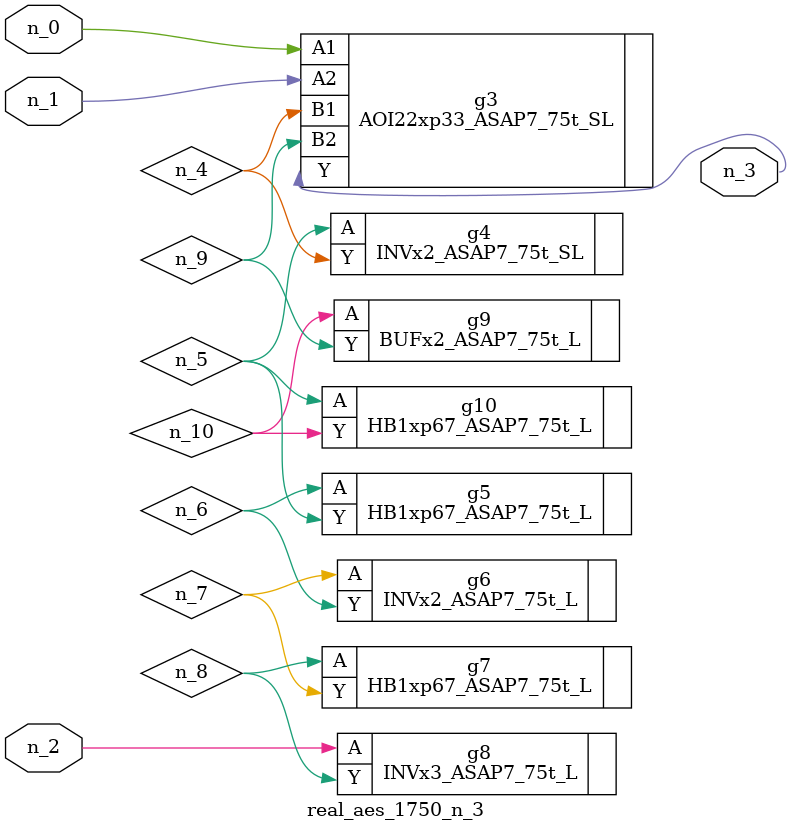
<source format=v>
module real_aes_1750_n_3 (n_0, n_2, n_1, n_3);
input n_0;
input n_2;
input n_1;
output n_3;
wire n_4;
wire n_5;
wire n_7;
wire n_9;
wire n_6;
wire n_8;
wire n_10;
AOI22xp33_ASAP7_75t_SL g3 ( .A1(n_0), .A2(n_1), .B1(n_4), .B2(n_9), .Y(n_3) );
INVx3_ASAP7_75t_L g8 ( .A(n_2), .Y(n_8) );
INVx2_ASAP7_75t_SL g4 ( .A(n_5), .Y(n_4) );
HB1xp67_ASAP7_75t_L g10 ( .A(n_5), .Y(n_10) );
HB1xp67_ASAP7_75t_L g5 ( .A(n_6), .Y(n_5) );
INVx2_ASAP7_75t_L g6 ( .A(n_7), .Y(n_6) );
HB1xp67_ASAP7_75t_L g7 ( .A(n_8), .Y(n_7) );
BUFx2_ASAP7_75t_L g9 ( .A(n_10), .Y(n_9) );
endmodule
</source>
